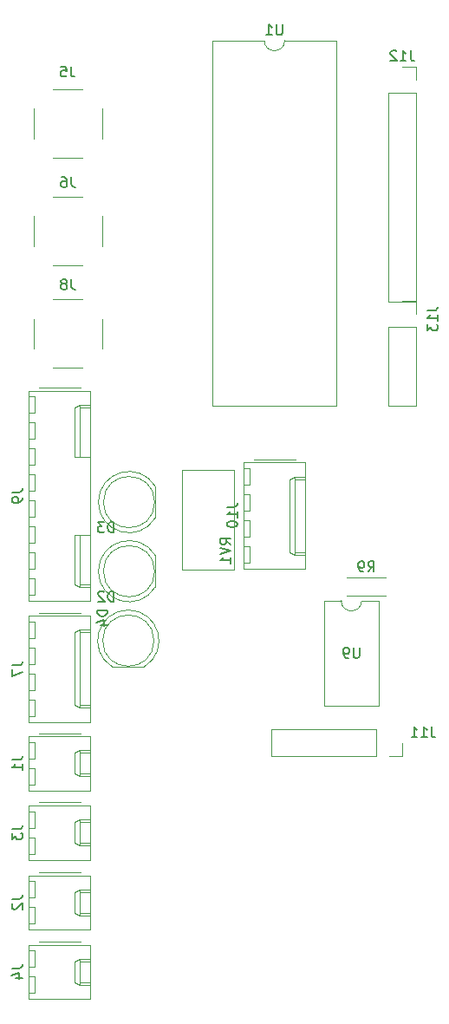
<source format=gbr>
%TF.GenerationSoftware,KiCad,Pcbnew,7.0.6-0*%
%TF.CreationDate,2023-12-30T17:34:11-06:00*%
%TF.ProjectId,fpga_adaptor,66706761-5f61-4646-9170-746f722e6b69,rev?*%
%TF.SameCoordinates,Original*%
%TF.FileFunction,Legend,Bot*%
%TF.FilePolarity,Positive*%
%FSLAX46Y46*%
G04 Gerber Fmt 4.6, Leading zero omitted, Abs format (unit mm)*
G04 Created by KiCad (PCBNEW 7.0.6-0) date 2023-12-30 17:34:11*
%MOMM*%
%LPD*%
G01*
G04 APERTURE LIST*
%ADD10C,0.150000*%
%ADD11C,0.120000*%
G04 APERTURE END LIST*
D10*
X45503094Y-94954819D02*
X45503094Y-93954819D01*
X45503094Y-93954819D02*
X45264999Y-93954819D01*
X45264999Y-93954819D02*
X45122142Y-94002438D01*
X45122142Y-94002438D02*
X45026904Y-94097676D01*
X45026904Y-94097676D02*
X44979285Y-94192914D01*
X44979285Y-94192914D02*
X44931666Y-94383390D01*
X44931666Y-94383390D02*
X44931666Y-94526247D01*
X44931666Y-94526247D02*
X44979285Y-94716723D01*
X44979285Y-94716723D02*
X45026904Y-94811961D01*
X45026904Y-94811961D02*
X45122142Y-94907200D01*
X45122142Y-94907200D02*
X45264999Y-94954819D01*
X45264999Y-94954819D02*
X45503094Y-94954819D01*
X44598332Y-93954819D02*
X43979285Y-93954819D01*
X43979285Y-93954819D02*
X44312618Y-94335771D01*
X44312618Y-94335771D02*
X44169761Y-94335771D01*
X44169761Y-94335771D02*
X44074523Y-94383390D01*
X44074523Y-94383390D02*
X44026904Y-94431009D01*
X44026904Y-94431009D02*
X43979285Y-94526247D01*
X43979285Y-94526247D02*
X43979285Y-94764342D01*
X43979285Y-94764342D02*
X44026904Y-94859580D01*
X44026904Y-94859580D02*
X44074523Y-94907200D01*
X44074523Y-94907200D02*
X44169761Y-94954819D01*
X44169761Y-94954819D02*
X44455475Y-94954819D01*
X44455475Y-94954819D02*
X44550713Y-94907200D01*
X44550713Y-94907200D02*
X44598332Y-94859580D01*
X41373333Y-70244819D02*
X41373333Y-70959104D01*
X41373333Y-70959104D02*
X41420952Y-71101961D01*
X41420952Y-71101961D02*
X41516190Y-71197200D01*
X41516190Y-71197200D02*
X41659047Y-71244819D01*
X41659047Y-71244819D02*
X41754285Y-71244819D01*
X40754285Y-70673390D02*
X40849523Y-70625771D01*
X40849523Y-70625771D02*
X40897142Y-70578152D01*
X40897142Y-70578152D02*
X40944761Y-70482914D01*
X40944761Y-70482914D02*
X40944761Y-70435295D01*
X40944761Y-70435295D02*
X40897142Y-70340057D01*
X40897142Y-70340057D02*
X40849523Y-70292438D01*
X40849523Y-70292438D02*
X40754285Y-70244819D01*
X40754285Y-70244819D02*
X40563809Y-70244819D01*
X40563809Y-70244819D02*
X40468571Y-70292438D01*
X40468571Y-70292438D02*
X40420952Y-70340057D01*
X40420952Y-70340057D02*
X40373333Y-70435295D01*
X40373333Y-70435295D02*
X40373333Y-70482914D01*
X40373333Y-70482914D02*
X40420952Y-70578152D01*
X40420952Y-70578152D02*
X40468571Y-70625771D01*
X40468571Y-70625771D02*
X40563809Y-70673390D01*
X40563809Y-70673390D02*
X40754285Y-70673390D01*
X40754285Y-70673390D02*
X40849523Y-70721009D01*
X40849523Y-70721009D02*
X40897142Y-70768628D01*
X40897142Y-70768628D02*
X40944761Y-70863866D01*
X40944761Y-70863866D02*
X40944761Y-71054342D01*
X40944761Y-71054342D02*
X40897142Y-71149580D01*
X40897142Y-71149580D02*
X40849523Y-71197200D01*
X40849523Y-71197200D02*
X40754285Y-71244819D01*
X40754285Y-71244819D02*
X40563809Y-71244819D01*
X40563809Y-71244819D02*
X40468571Y-71197200D01*
X40468571Y-71197200D02*
X40420952Y-71149580D01*
X40420952Y-71149580D02*
X40373333Y-71054342D01*
X40373333Y-71054342D02*
X40373333Y-70863866D01*
X40373333Y-70863866D02*
X40420952Y-70768628D01*
X40420952Y-70768628D02*
X40468571Y-70721009D01*
X40468571Y-70721009D02*
X40563809Y-70673390D01*
X35584819Y-137536666D02*
X36299104Y-137536666D01*
X36299104Y-137536666D02*
X36441961Y-137489047D01*
X36441961Y-137489047D02*
X36537200Y-137393809D01*
X36537200Y-137393809D02*
X36584819Y-137250952D01*
X36584819Y-137250952D02*
X36584819Y-137155714D01*
X35918152Y-138441428D02*
X36584819Y-138441428D01*
X35537200Y-138203333D02*
X36251485Y-137965238D01*
X36251485Y-137965238D02*
X36251485Y-138584285D01*
X76559523Y-113954819D02*
X76559523Y-114669104D01*
X76559523Y-114669104D02*
X76607142Y-114811961D01*
X76607142Y-114811961D02*
X76702380Y-114907200D01*
X76702380Y-114907200D02*
X76845237Y-114954819D01*
X76845237Y-114954819D02*
X76940475Y-114954819D01*
X75559523Y-114954819D02*
X76130951Y-114954819D01*
X75845237Y-114954819D02*
X75845237Y-113954819D01*
X75845237Y-113954819D02*
X75940475Y-114097676D01*
X75940475Y-114097676D02*
X76035713Y-114192914D01*
X76035713Y-114192914D02*
X76130951Y-114240533D01*
X74607142Y-114954819D02*
X75178570Y-114954819D01*
X74892856Y-114954819D02*
X74892856Y-113954819D01*
X74892856Y-113954819D02*
X74988094Y-114097676D01*
X74988094Y-114097676D02*
X75083332Y-114192914D01*
X75083332Y-114192914D02*
X75178570Y-114240533D01*
X56584819Y-92500476D02*
X57299104Y-92500476D01*
X57299104Y-92500476D02*
X57441961Y-92452857D01*
X57441961Y-92452857D02*
X57537200Y-92357619D01*
X57537200Y-92357619D02*
X57584819Y-92214762D01*
X57584819Y-92214762D02*
X57584819Y-92119524D01*
X57584819Y-93500476D02*
X57584819Y-92929048D01*
X57584819Y-93214762D02*
X56584819Y-93214762D01*
X56584819Y-93214762D02*
X56727676Y-93119524D01*
X56727676Y-93119524D02*
X56822914Y-93024286D01*
X56822914Y-93024286D02*
X56870533Y-92929048D01*
X56584819Y-94119524D02*
X56584819Y-94214762D01*
X56584819Y-94214762D02*
X56632438Y-94310000D01*
X56632438Y-94310000D02*
X56680057Y-94357619D01*
X56680057Y-94357619D02*
X56775295Y-94405238D01*
X56775295Y-94405238D02*
X56965771Y-94452857D01*
X56965771Y-94452857D02*
X57203866Y-94452857D01*
X57203866Y-94452857D02*
X57394342Y-94405238D01*
X57394342Y-94405238D02*
X57489580Y-94357619D01*
X57489580Y-94357619D02*
X57537200Y-94310000D01*
X57537200Y-94310000D02*
X57584819Y-94214762D01*
X57584819Y-94214762D02*
X57584819Y-94119524D01*
X57584819Y-94119524D02*
X57537200Y-94024286D01*
X57537200Y-94024286D02*
X57489580Y-93976667D01*
X57489580Y-93976667D02*
X57394342Y-93929048D01*
X57394342Y-93929048D02*
X57203866Y-93881429D01*
X57203866Y-93881429D02*
X56965771Y-93881429D01*
X56965771Y-93881429D02*
X56775295Y-93929048D01*
X56775295Y-93929048D02*
X56680057Y-93976667D01*
X56680057Y-93976667D02*
X56632438Y-94024286D01*
X56632438Y-94024286D02*
X56584819Y-94119524D01*
X35584819Y-117166666D02*
X36299104Y-117166666D01*
X36299104Y-117166666D02*
X36441961Y-117119047D01*
X36441961Y-117119047D02*
X36537200Y-117023809D01*
X36537200Y-117023809D02*
X36584819Y-116880952D01*
X36584819Y-116880952D02*
X36584819Y-116785714D01*
X36584819Y-118166666D02*
X36584819Y-117595238D01*
X36584819Y-117880952D02*
X35584819Y-117880952D01*
X35584819Y-117880952D02*
X35727676Y-117785714D01*
X35727676Y-117785714D02*
X35822914Y-117690476D01*
X35822914Y-117690476D02*
X35870533Y-117595238D01*
X69511904Y-106204819D02*
X69511904Y-107014342D01*
X69511904Y-107014342D02*
X69464285Y-107109580D01*
X69464285Y-107109580D02*
X69416666Y-107157200D01*
X69416666Y-107157200D02*
X69321428Y-107204819D01*
X69321428Y-107204819D02*
X69130952Y-107204819D01*
X69130952Y-107204819D02*
X69035714Y-107157200D01*
X69035714Y-107157200D02*
X68988095Y-107109580D01*
X68988095Y-107109580D02*
X68940476Y-107014342D01*
X68940476Y-107014342D02*
X68940476Y-106204819D01*
X68416666Y-107204819D02*
X68226190Y-107204819D01*
X68226190Y-107204819D02*
X68130952Y-107157200D01*
X68130952Y-107157200D02*
X68083333Y-107109580D01*
X68083333Y-107109580D02*
X67988095Y-106966723D01*
X67988095Y-106966723D02*
X67940476Y-106776247D01*
X67940476Y-106776247D02*
X67940476Y-106395295D01*
X67940476Y-106395295D02*
X67988095Y-106300057D01*
X67988095Y-106300057D02*
X68035714Y-106252438D01*
X68035714Y-106252438D02*
X68130952Y-106204819D01*
X68130952Y-106204819D02*
X68321428Y-106204819D01*
X68321428Y-106204819D02*
X68416666Y-106252438D01*
X68416666Y-106252438D02*
X68464285Y-106300057D01*
X68464285Y-106300057D02*
X68511904Y-106395295D01*
X68511904Y-106395295D02*
X68511904Y-106633390D01*
X68511904Y-106633390D02*
X68464285Y-106728628D01*
X68464285Y-106728628D02*
X68416666Y-106776247D01*
X68416666Y-106776247D02*
X68321428Y-106823866D01*
X68321428Y-106823866D02*
X68130952Y-106823866D01*
X68130952Y-106823866D02*
X68035714Y-106776247D01*
X68035714Y-106776247D02*
X67988095Y-106728628D01*
X67988095Y-106728628D02*
X67940476Y-106633390D01*
X35584819Y-91056666D02*
X36299104Y-91056666D01*
X36299104Y-91056666D02*
X36441961Y-91009047D01*
X36441961Y-91009047D02*
X36537200Y-90913809D01*
X36537200Y-90913809D02*
X36584819Y-90770952D01*
X36584819Y-90770952D02*
X36584819Y-90675714D01*
X36584819Y-91580476D02*
X36584819Y-91770952D01*
X36584819Y-91770952D02*
X36537200Y-91866190D01*
X36537200Y-91866190D02*
X36489580Y-91913809D01*
X36489580Y-91913809D02*
X36346723Y-92009047D01*
X36346723Y-92009047D02*
X36156247Y-92056666D01*
X36156247Y-92056666D02*
X35775295Y-92056666D01*
X35775295Y-92056666D02*
X35680057Y-92009047D01*
X35680057Y-92009047D02*
X35632438Y-91961428D01*
X35632438Y-91961428D02*
X35584819Y-91866190D01*
X35584819Y-91866190D02*
X35584819Y-91675714D01*
X35584819Y-91675714D02*
X35632438Y-91580476D01*
X35632438Y-91580476D02*
X35680057Y-91532857D01*
X35680057Y-91532857D02*
X35775295Y-91485238D01*
X35775295Y-91485238D02*
X36013390Y-91485238D01*
X36013390Y-91485238D02*
X36108628Y-91532857D01*
X36108628Y-91532857D02*
X36156247Y-91580476D01*
X36156247Y-91580476D02*
X36203866Y-91675714D01*
X36203866Y-91675714D02*
X36203866Y-91866190D01*
X36203866Y-91866190D02*
X36156247Y-91961428D01*
X36156247Y-91961428D02*
X36108628Y-92009047D01*
X36108628Y-92009047D02*
X36013390Y-92056666D01*
X76154819Y-73290476D02*
X76869104Y-73290476D01*
X76869104Y-73290476D02*
X77011961Y-73242857D01*
X77011961Y-73242857D02*
X77107200Y-73147619D01*
X77107200Y-73147619D02*
X77154819Y-73004762D01*
X77154819Y-73004762D02*
X77154819Y-72909524D01*
X77154819Y-74290476D02*
X77154819Y-73719048D01*
X77154819Y-74004762D02*
X76154819Y-74004762D01*
X76154819Y-74004762D02*
X76297676Y-73909524D01*
X76297676Y-73909524D02*
X76392914Y-73814286D01*
X76392914Y-73814286D02*
X76440533Y-73719048D01*
X76154819Y-74623810D02*
X76154819Y-75242857D01*
X76154819Y-75242857D02*
X76535771Y-74909524D01*
X76535771Y-74909524D02*
X76535771Y-75052381D01*
X76535771Y-75052381D02*
X76583390Y-75147619D01*
X76583390Y-75147619D02*
X76631009Y-75195238D01*
X76631009Y-75195238D02*
X76726247Y-75242857D01*
X76726247Y-75242857D02*
X76964342Y-75242857D01*
X76964342Y-75242857D02*
X77059580Y-75195238D01*
X77059580Y-75195238D02*
X77107200Y-75147619D01*
X77107200Y-75147619D02*
X77154819Y-75052381D01*
X77154819Y-75052381D02*
X77154819Y-74766667D01*
X77154819Y-74766667D02*
X77107200Y-74671429D01*
X77107200Y-74671429D02*
X77059580Y-74623810D01*
X41333333Y-49454819D02*
X41333333Y-50169104D01*
X41333333Y-50169104D02*
X41380952Y-50311961D01*
X41380952Y-50311961D02*
X41476190Y-50407200D01*
X41476190Y-50407200D02*
X41619047Y-50454819D01*
X41619047Y-50454819D02*
X41714285Y-50454819D01*
X40380952Y-49454819D02*
X40857142Y-49454819D01*
X40857142Y-49454819D02*
X40904761Y-49931009D01*
X40904761Y-49931009D02*
X40857142Y-49883390D01*
X40857142Y-49883390D02*
X40761904Y-49835771D01*
X40761904Y-49835771D02*
X40523809Y-49835771D01*
X40523809Y-49835771D02*
X40428571Y-49883390D01*
X40428571Y-49883390D02*
X40380952Y-49931009D01*
X40380952Y-49931009D02*
X40333333Y-50026247D01*
X40333333Y-50026247D02*
X40333333Y-50264342D01*
X40333333Y-50264342D02*
X40380952Y-50359580D01*
X40380952Y-50359580D02*
X40428571Y-50407200D01*
X40428571Y-50407200D02*
X40523809Y-50454819D01*
X40523809Y-50454819D02*
X40761904Y-50454819D01*
X40761904Y-50454819D02*
X40857142Y-50407200D01*
X40857142Y-50407200D02*
X40904761Y-50359580D01*
X45528094Y-101704819D02*
X45528094Y-100704819D01*
X45528094Y-100704819D02*
X45289999Y-100704819D01*
X45289999Y-100704819D02*
X45147142Y-100752438D01*
X45147142Y-100752438D02*
X45051904Y-100847676D01*
X45051904Y-100847676D02*
X45004285Y-100942914D01*
X45004285Y-100942914D02*
X44956666Y-101133390D01*
X44956666Y-101133390D02*
X44956666Y-101276247D01*
X44956666Y-101276247D02*
X45004285Y-101466723D01*
X45004285Y-101466723D02*
X45051904Y-101561961D01*
X45051904Y-101561961D02*
X45147142Y-101657200D01*
X45147142Y-101657200D02*
X45289999Y-101704819D01*
X45289999Y-101704819D02*
X45528094Y-101704819D01*
X44575713Y-100800057D02*
X44528094Y-100752438D01*
X44528094Y-100752438D02*
X44432856Y-100704819D01*
X44432856Y-100704819D02*
X44194761Y-100704819D01*
X44194761Y-100704819D02*
X44099523Y-100752438D01*
X44099523Y-100752438D02*
X44051904Y-100800057D01*
X44051904Y-100800057D02*
X44004285Y-100895295D01*
X44004285Y-100895295D02*
X44004285Y-100990533D01*
X44004285Y-100990533D02*
X44051904Y-101133390D01*
X44051904Y-101133390D02*
X44623332Y-101704819D01*
X44623332Y-101704819D02*
X44004285Y-101704819D01*
X61991904Y-45374819D02*
X61991904Y-46184342D01*
X61991904Y-46184342D02*
X61944285Y-46279580D01*
X61944285Y-46279580D02*
X61896666Y-46327200D01*
X61896666Y-46327200D02*
X61801428Y-46374819D01*
X61801428Y-46374819D02*
X61610952Y-46374819D01*
X61610952Y-46374819D02*
X61515714Y-46327200D01*
X61515714Y-46327200D02*
X61468095Y-46279580D01*
X61468095Y-46279580D02*
X61420476Y-46184342D01*
X61420476Y-46184342D02*
X61420476Y-45374819D01*
X60420476Y-46374819D02*
X60991904Y-46374819D01*
X60706190Y-46374819D02*
X60706190Y-45374819D01*
X60706190Y-45374819D02*
X60801428Y-45517676D01*
X60801428Y-45517676D02*
X60896666Y-45612914D01*
X60896666Y-45612914D02*
X60991904Y-45660533D01*
X35584819Y-123936666D02*
X36299104Y-123936666D01*
X36299104Y-123936666D02*
X36441961Y-123889047D01*
X36441961Y-123889047D02*
X36537200Y-123793809D01*
X36537200Y-123793809D02*
X36584819Y-123650952D01*
X36584819Y-123650952D02*
X36584819Y-123555714D01*
X35584819Y-124317619D02*
X35584819Y-124936666D01*
X35584819Y-124936666D02*
X35965771Y-124603333D01*
X35965771Y-124603333D02*
X35965771Y-124746190D01*
X35965771Y-124746190D02*
X36013390Y-124841428D01*
X36013390Y-124841428D02*
X36061009Y-124889047D01*
X36061009Y-124889047D02*
X36156247Y-124936666D01*
X36156247Y-124936666D02*
X36394342Y-124936666D01*
X36394342Y-124936666D02*
X36489580Y-124889047D01*
X36489580Y-124889047D02*
X36537200Y-124841428D01*
X36537200Y-124841428D02*
X36584819Y-124746190D01*
X36584819Y-124746190D02*
X36584819Y-124460476D01*
X36584819Y-124460476D02*
X36537200Y-124365238D01*
X36537200Y-124365238D02*
X36489580Y-124317619D01*
X35584819Y-130766666D02*
X36299104Y-130766666D01*
X36299104Y-130766666D02*
X36441961Y-130719047D01*
X36441961Y-130719047D02*
X36537200Y-130623809D01*
X36537200Y-130623809D02*
X36584819Y-130480952D01*
X36584819Y-130480952D02*
X36584819Y-130385714D01*
X35680057Y-131195238D02*
X35632438Y-131242857D01*
X35632438Y-131242857D02*
X35584819Y-131338095D01*
X35584819Y-131338095D02*
X35584819Y-131576190D01*
X35584819Y-131576190D02*
X35632438Y-131671428D01*
X35632438Y-131671428D02*
X35680057Y-131719047D01*
X35680057Y-131719047D02*
X35775295Y-131766666D01*
X35775295Y-131766666D02*
X35870533Y-131766666D01*
X35870533Y-131766666D02*
X36013390Y-131719047D01*
X36013390Y-131719047D02*
X36584819Y-131147619D01*
X36584819Y-131147619D02*
X36584819Y-131766666D01*
X44904819Y-102561905D02*
X43904819Y-102561905D01*
X43904819Y-102561905D02*
X43904819Y-102800000D01*
X43904819Y-102800000D02*
X43952438Y-102942857D01*
X43952438Y-102942857D02*
X44047676Y-103038095D01*
X44047676Y-103038095D02*
X44142914Y-103085714D01*
X44142914Y-103085714D02*
X44333390Y-103133333D01*
X44333390Y-103133333D02*
X44476247Y-103133333D01*
X44476247Y-103133333D02*
X44666723Y-103085714D01*
X44666723Y-103085714D02*
X44761961Y-103038095D01*
X44761961Y-103038095D02*
X44857200Y-102942857D01*
X44857200Y-102942857D02*
X44904819Y-102800000D01*
X44904819Y-102800000D02*
X44904819Y-102561905D01*
X44238152Y-103990476D02*
X44904819Y-103990476D01*
X43857200Y-103752381D02*
X44571485Y-103514286D01*
X44571485Y-103514286D02*
X44571485Y-104133333D01*
X70376666Y-98784819D02*
X70709999Y-98308628D01*
X70948094Y-98784819D02*
X70948094Y-97784819D01*
X70948094Y-97784819D02*
X70567142Y-97784819D01*
X70567142Y-97784819D02*
X70471904Y-97832438D01*
X70471904Y-97832438D02*
X70424285Y-97880057D01*
X70424285Y-97880057D02*
X70376666Y-97975295D01*
X70376666Y-97975295D02*
X70376666Y-98118152D01*
X70376666Y-98118152D02*
X70424285Y-98213390D01*
X70424285Y-98213390D02*
X70471904Y-98261009D01*
X70471904Y-98261009D02*
X70567142Y-98308628D01*
X70567142Y-98308628D02*
X70948094Y-98308628D01*
X69900475Y-98784819D02*
X69709999Y-98784819D01*
X69709999Y-98784819D02*
X69614761Y-98737200D01*
X69614761Y-98737200D02*
X69567142Y-98689580D01*
X69567142Y-98689580D02*
X69471904Y-98546723D01*
X69471904Y-98546723D02*
X69424285Y-98356247D01*
X69424285Y-98356247D02*
X69424285Y-97975295D01*
X69424285Y-97975295D02*
X69471904Y-97880057D01*
X69471904Y-97880057D02*
X69519523Y-97832438D01*
X69519523Y-97832438D02*
X69614761Y-97784819D01*
X69614761Y-97784819D02*
X69805237Y-97784819D01*
X69805237Y-97784819D02*
X69900475Y-97832438D01*
X69900475Y-97832438D02*
X69948094Y-97880057D01*
X69948094Y-97880057D02*
X69995713Y-97975295D01*
X69995713Y-97975295D02*
X69995713Y-98213390D01*
X69995713Y-98213390D02*
X69948094Y-98308628D01*
X69948094Y-98308628D02*
X69900475Y-98356247D01*
X69900475Y-98356247D02*
X69805237Y-98403866D01*
X69805237Y-98403866D02*
X69614761Y-98403866D01*
X69614761Y-98403866D02*
X69519523Y-98356247D01*
X69519523Y-98356247D02*
X69471904Y-98308628D01*
X69471904Y-98308628D02*
X69424285Y-98213390D01*
X41373333Y-60244819D02*
X41373333Y-60959104D01*
X41373333Y-60959104D02*
X41420952Y-61101961D01*
X41420952Y-61101961D02*
X41516190Y-61197200D01*
X41516190Y-61197200D02*
X41659047Y-61244819D01*
X41659047Y-61244819D02*
X41754285Y-61244819D01*
X40468571Y-60244819D02*
X40659047Y-60244819D01*
X40659047Y-60244819D02*
X40754285Y-60292438D01*
X40754285Y-60292438D02*
X40801904Y-60340057D01*
X40801904Y-60340057D02*
X40897142Y-60482914D01*
X40897142Y-60482914D02*
X40944761Y-60673390D01*
X40944761Y-60673390D02*
X40944761Y-61054342D01*
X40944761Y-61054342D02*
X40897142Y-61149580D01*
X40897142Y-61149580D02*
X40849523Y-61197200D01*
X40849523Y-61197200D02*
X40754285Y-61244819D01*
X40754285Y-61244819D02*
X40563809Y-61244819D01*
X40563809Y-61244819D02*
X40468571Y-61197200D01*
X40468571Y-61197200D02*
X40420952Y-61149580D01*
X40420952Y-61149580D02*
X40373333Y-61054342D01*
X40373333Y-61054342D02*
X40373333Y-60816247D01*
X40373333Y-60816247D02*
X40420952Y-60721009D01*
X40420952Y-60721009D02*
X40468571Y-60673390D01*
X40468571Y-60673390D02*
X40563809Y-60625771D01*
X40563809Y-60625771D02*
X40754285Y-60625771D01*
X40754285Y-60625771D02*
X40849523Y-60673390D01*
X40849523Y-60673390D02*
X40897142Y-60721009D01*
X40897142Y-60721009D02*
X40944761Y-60816247D01*
X74509523Y-47904819D02*
X74509523Y-48619104D01*
X74509523Y-48619104D02*
X74557142Y-48761961D01*
X74557142Y-48761961D02*
X74652380Y-48857200D01*
X74652380Y-48857200D02*
X74795237Y-48904819D01*
X74795237Y-48904819D02*
X74890475Y-48904819D01*
X73509523Y-48904819D02*
X74080951Y-48904819D01*
X73795237Y-48904819D02*
X73795237Y-47904819D01*
X73795237Y-47904819D02*
X73890475Y-48047676D01*
X73890475Y-48047676D02*
X73985713Y-48142914D01*
X73985713Y-48142914D02*
X74080951Y-48190533D01*
X73128570Y-48000057D02*
X73080951Y-47952438D01*
X73080951Y-47952438D02*
X72985713Y-47904819D01*
X72985713Y-47904819D02*
X72747618Y-47904819D01*
X72747618Y-47904819D02*
X72652380Y-47952438D01*
X72652380Y-47952438D02*
X72604761Y-48000057D01*
X72604761Y-48000057D02*
X72557142Y-48095295D01*
X72557142Y-48095295D02*
X72557142Y-48190533D01*
X72557142Y-48190533D02*
X72604761Y-48333390D01*
X72604761Y-48333390D02*
X73176189Y-48904819D01*
X73176189Y-48904819D02*
X72557142Y-48904819D01*
X56954819Y-96154761D02*
X56478628Y-95821428D01*
X56954819Y-95583333D02*
X55954819Y-95583333D01*
X55954819Y-95583333D02*
X55954819Y-95964285D01*
X55954819Y-95964285D02*
X56002438Y-96059523D01*
X56002438Y-96059523D02*
X56050057Y-96107142D01*
X56050057Y-96107142D02*
X56145295Y-96154761D01*
X56145295Y-96154761D02*
X56288152Y-96154761D01*
X56288152Y-96154761D02*
X56383390Y-96107142D01*
X56383390Y-96107142D02*
X56431009Y-96059523D01*
X56431009Y-96059523D02*
X56478628Y-95964285D01*
X56478628Y-95964285D02*
X56478628Y-95583333D01*
X55954819Y-96440476D02*
X56954819Y-96773809D01*
X56954819Y-96773809D02*
X55954819Y-97107142D01*
X56954819Y-97964285D02*
X56954819Y-97392857D01*
X56954819Y-97678571D02*
X55954819Y-97678571D01*
X55954819Y-97678571D02*
X56097676Y-97583333D01*
X56097676Y-97583333D02*
X56192914Y-97488095D01*
X56192914Y-97488095D02*
X56240533Y-97392857D01*
X35584819Y-107936666D02*
X36299104Y-107936666D01*
X36299104Y-107936666D02*
X36441961Y-107889047D01*
X36441961Y-107889047D02*
X36537200Y-107793809D01*
X36537200Y-107793809D02*
X36584819Y-107650952D01*
X36584819Y-107650952D02*
X36584819Y-107555714D01*
X35584819Y-108317619D02*
X35584819Y-108984285D01*
X35584819Y-108984285D02*
X36584819Y-108555714D01*
D11*
%TO.C,D3*%
X49580000Y-90455000D02*
X49580000Y-93545000D01*
X44030001Y-91999538D02*
G75*
G03*
X49579999Y-93544830I2989999J-462D01*
G01*
X49580000Y-90455170D02*
G75*
G03*
X44030000Y-92000462I-2560000J-1544830D01*
G01*
X49520000Y-92000000D02*
G75*
G03*
X49520000Y-92000000I-2500000J0D01*
G01*
%TO.C,J8*%
X44395000Y-74090000D02*
X44395000Y-76990000D01*
X42490000Y-78895000D02*
X39590000Y-78895000D01*
X42490000Y-72185000D02*
X39590000Y-72185000D01*
X37685000Y-74090000D02*
X37685000Y-76990000D01*
%TO.C,J4*%
X38250000Y-134930000D02*
X42250000Y-134930000D01*
X43240000Y-135220000D02*
X43240000Y-140520000D01*
X37220000Y-135220000D02*
X43240000Y-135220000D01*
X37820000Y-135800000D02*
X37820000Y-137400000D01*
X37220000Y-135800000D02*
X37820000Y-135800000D01*
X43240000Y-136600000D02*
X42240000Y-136600000D01*
X42240000Y-136600000D02*
X41710000Y-136850000D01*
X42240000Y-136600000D02*
X42240000Y-139140000D01*
X43240000Y-136850000D02*
X42240000Y-136850000D01*
X41710000Y-136850000D02*
X41710000Y-138890000D01*
X37820000Y-137400000D02*
X37220000Y-137400000D01*
X37820000Y-138340000D02*
X37820000Y-139940000D01*
X37220000Y-138340000D02*
X37820000Y-138340000D01*
X43240000Y-138890000D02*
X42240000Y-138890000D01*
X41710000Y-138890000D02*
X42240000Y-139140000D01*
X42240000Y-139140000D02*
X43240000Y-139140000D01*
X37820000Y-139940000D02*
X37220000Y-139940000D01*
X43240000Y-140520000D02*
X37220000Y-140520000D01*
X37220000Y-140520000D02*
X37220000Y-135220000D01*
%TO.C,J11*%
X60920000Y-116830000D02*
X60920000Y-114170000D01*
X71140000Y-116830000D02*
X60920000Y-116830000D01*
X71140000Y-116830000D02*
X71140000Y-114170000D01*
X72410000Y-116830000D02*
X73740000Y-116830000D01*
X73740000Y-116830000D02*
X73740000Y-115500000D01*
X71140000Y-114170000D02*
X60920000Y-114170000D01*
%TO.C,J10*%
X59250000Y-87830000D02*
X63250000Y-87830000D01*
X64240000Y-88120000D02*
X64240000Y-98500000D01*
X58220000Y-88120000D02*
X64240000Y-88120000D01*
X58820000Y-88700000D02*
X58820000Y-90300000D01*
X58220000Y-88700000D02*
X58820000Y-88700000D01*
X64240000Y-89500000D02*
X63240000Y-89500000D01*
X63240000Y-89500000D02*
X62710000Y-89750000D01*
X63240000Y-89500000D02*
X63240000Y-97120000D01*
X64240000Y-89750000D02*
X63240000Y-89750000D01*
X62710000Y-89750000D02*
X62710000Y-96870000D01*
X58820000Y-90300000D02*
X58220000Y-90300000D01*
X58820000Y-91240000D02*
X58820000Y-92840000D01*
X58220000Y-91240000D02*
X58820000Y-91240000D01*
X58820000Y-92840000D02*
X58220000Y-92840000D01*
X58820000Y-93780000D02*
X58820000Y-95380000D01*
X58220000Y-93780000D02*
X58820000Y-93780000D01*
X58820000Y-95380000D02*
X58220000Y-95380000D01*
X58820000Y-96320000D02*
X58820000Y-97920000D01*
X58220000Y-96320000D02*
X58820000Y-96320000D01*
X64240000Y-96870000D02*
X63240000Y-96870000D01*
X62710000Y-96870000D02*
X63240000Y-97120000D01*
X63240000Y-97120000D02*
X64240000Y-97120000D01*
X58820000Y-97920000D02*
X58220000Y-97920000D01*
X64240000Y-98500000D02*
X58220000Y-98500000D01*
X58220000Y-98500000D02*
X58220000Y-88120000D01*
%TO.C,J1*%
X38250000Y-114560000D02*
X42250000Y-114560000D01*
X43240000Y-114850000D02*
X43240000Y-120150000D01*
X37220000Y-114850000D02*
X43240000Y-114850000D01*
X37820000Y-115430000D02*
X37820000Y-117030000D01*
X37220000Y-115430000D02*
X37820000Y-115430000D01*
X43240000Y-116230000D02*
X42240000Y-116230000D01*
X42240000Y-116230000D02*
X41710000Y-116480000D01*
X42240000Y-116230000D02*
X42240000Y-118770000D01*
X43240000Y-116480000D02*
X42240000Y-116480000D01*
X41710000Y-116480000D02*
X41710000Y-118520000D01*
X37820000Y-117030000D02*
X37220000Y-117030000D01*
X37820000Y-117970000D02*
X37820000Y-119570000D01*
X37220000Y-117970000D02*
X37820000Y-117970000D01*
X43240000Y-118520000D02*
X42240000Y-118520000D01*
X41710000Y-118520000D02*
X42240000Y-118770000D01*
X42240000Y-118770000D02*
X43240000Y-118770000D01*
X37820000Y-119570000D02*
X37220000Y-119570000D01*
X43240000Y-120150000D02*
X37220000Y-120150000D01*
X37220000Y-120150000D02*
X37220000Y-114850000D01*
%TO.C,U9*%
X71390000Y-111900000D02*
X66090000Y-111900000D01*
X71390000Y-101620000D02*
X71390000Y-111900000D01*
X69740000Y-101620000D02*
X71390000Y-101620000D01*
X66090000Y-111900000D02*
X66090000Y-101620000D01*
X66090000Y-101620000D02*
X67740000Y-101620000D01*
X67740000Y-101620000D02*
G75*
G03*
X69740000Y-101620000I1000000J0D01*
G01*
%TO.C,J9*%
X38250000Y-80830000D02*
X42250000Y-80830000D01*
X43240000Y-81120000D02*
X43240000Y-101660000D01*
X37220000Y-81120000D02*
X43240000Y-81120000D01*
X37820000Y-81700000D02*
X37820000Y-83300000D01*
X37220000Y-81700000D02*
X37820000Y-81700000D01*
X43240000Y-82500000D02*
X42240000Y-82500000D01*
X42240000Y-82500000D02*
X41710000Y-82750000D01*
X42240000Y-82500000D02*
X42240000Y-87580000D01*
X43240000Y-82750000D02*
X42240000Y-82750000D01*
X41710000Y-82750000D02*
X41710000Y-87580000D01*
X37820000Y-83300000D02*
X37220000Y-83300000D01*
X37820000Y-84240000D02*
X37820000Y-85840000D01*
X37220000Y-84240000D02*
X37820000Y-84240000D01*
X37820000Y-85840000D02*
X37220000Y-85840000D01*
X37820000Y-86780000D02*
X37820000Y-88380000D01*
X37220000Y-86780000D02*
X37820000Y-86780000D01*
X42240000Y-87580000D02*
X43240000Y-87580000D01*
X41710000Y-87580000D02*
X42240000Y-87580000D01*
X37820000Y-88380000D02*
X37220000Y-88380000D01*
X37820000Y-89320000D02*
X37820000Y-90920000D01*
X37220000Y-89320000D02*
X37820000Y-89320000D01*
X37820000Y-90920000D02*
X37220000Y-90920000D01*
X37820000Y-91860000D02*
X37820000Y-93460000D01*
X37220000Y-91860000D02*
X37820000Y-91860000D01*
X37820000Y-93460000D02*
X37220000Y-93460000D01*
X37820000Y-94400000D02*
X37820000Y-96000000D01*
X37220000Y-94400000D02*
X37820000Y-94400000D01*
X42240000Y-95200000D02*
X43240000Y-95200000D01*
X41710000Y-95200000D02*
X42240000Y-95200000D01*
X37820000Y-96000000D02*
X37220000Y-96000000D01*
X37820000Y-96940000D02*
X37820000Y-98540000D01*
X37220000Y-96940000D02*
X37820000Y-96940000D01*
X37820000Y-98540000D02*
X37220000Y-98540000D01*
X37820000Y-99480000D02*
X37820000Y-101080000D01*
X37220000Y-99480000D02*
X37820000Y-99480000D01*
X43240000Y-100030000D02*
X42240000Y-100030000D01*
X41710000Y-100030000D02*
X41710000Y-95200000D01*
X43240000Y-100280000D02*
X42240000Y-100280000D01*
X42240000Y-100280000D02*
X42240000Y-95200000D01*
X42240000Y-100280000D02*
X41710000Y-100030000D01*
X37820000Y-101080000D02*
X37220000Y-101080000D01*
X43240000Y-101660000D02*
X37220000Y-101660000D01*
X37220000Y-101660000D02*
X37220000Y-81120000D01*
%TO.C,J13*%
X75030000Y-82600000D02*
X72370000Y-82600000D01*
X75030000Y-74920000D02*
X75030000Y-82600000D01*
X75030000Y-74920000D02*
X72370000Y-74920000D01*
X75030000Y-73650000D02*
X75030000Y-72320000D01*
X75030000Y-72320000D02*
X73700000Y-72320000D01*
X72370000Y-74920000D02*
X72370000Y-82600000D01*
%TO.C,J5*%
X37685000Y-56490000D02*
X37685000Y-53590000D01*
X39590000Y-51685000D02*
X42490000Y-51685000D01*
X39590000Y-58395000D02*
X42490000Y-58395000D01*
X44395000Y-56490000D02*
X44395000Y-53590000D01*
%TO.C,D2*%
X49580000Y-97205000D02*
X49580000Y-100295000D01*
X44030001Y-98749538D02*
G75*
G03*
X49579999Y-100294830I2989999J-462D01*
G01*
X49580000Y-97205170D02*
G75*
G03*
X44030000Y-98750462I-2560000J-1544830D01*
G01*
X49520000Y-98750000D02*
G75*
G03*
X49520000Y-98750000I-2500000J0D01*
G01*
%TO.C,U1*%
X67290000Y-82600000D02*
X55170000Y-82600000D01*
X67290000Y-46920000D02*
X67290000Y-82600000D01*
X62230000Y-46920000D02*
X67290000Y-46920000D01*
X55170000Y-82600000D02*
X55170000Y-46920000D01*
X55170000Y-46920000D02*
X60230000Y-46920000D01*
X60230000Y-46920000D02*
G75*
G03*
X62230000Y-46920000I1000000J0D01*
G01*
%TO.C,J3*%
X38250000Y-121330000D02*
X42250000Y-121330000D01*
X43240000Y-121620000D02*
X43240000Y-126920000D01*
X37220000Y-121620000D02*
X43240000Y-121620000D01*
X37820000Y-122200000D02*
X37820000Y-123800000D01*
X37220000Y-122200000D02*
X37820000Y-122200000D01*
X43240000Y-123000000D02*
X42240000Y-123000000D01*
X42240000Y-123000000D02*
X41710000Y-123250000D01*
X42240000Y-123000000D02*
X42240000Y-125540000D01*
X43240000Y-123250000D02*
X42240000Y-123250000D01*
X41710000Y-123250000D02*
X41710000Y-125290000D01*
X37820000Y-123800000D02*
X37220000Y-123800000D01*
X37820000Y-124740000D02*
X37820000Y-126340000D01*
X37220000Y-124740000D02*
X37820000Y-124740000D01*
X43240000Y-125290000D02*
X42240000Y-125290000D01*
X41710000Y-125290000D02*
X42240000Y-125540000D01*
X42240000Y-125540000D02*
X43240000Y-125540000D01*
X37820000Y-126340000D02*
X37220000Y-126340000D01*
X43240000Y-126920000D02*
X37220000Y-126920000D01*
X37220000Y-126920000D02*
X37220000Y-121620000D01*
%TO.C,J2*%
X38250000Y-128160000D02*
X42250000Y-128160000D01*
X43240000Y-128450000D02*
X43240000Y-133750000D01*
X37220000Y-128450000D02*
X43240000Y-128450000D01*
X37820000Y-129030000D02*
X37820000Y-130630000D01*
X37220000Y-129030000D02*
X37820000Y-129030000D01*
X43240000Y-129830000D02*
X42240000Y-129830000D01*
X42240000Y-129830000D02*
X41710000Y-130080000D01*
X42240000Y-129830000D02*
X42240000Y-132370000D01*
X43240000Y-130080000D02*
X42240000Y-130080000D01*
X41710000Y-130080000D02*
X41710000Y-132120000D01*
X37820000Y-130630000D02*
X37220000Y-130630000D01*
X37820000Y-131570000D02*
X37820000Y-133170000D01*
X37220000Y-131570000D02*
X37820000Y-131570000D01*
X43240000Y-132120000D02*
X42240000Y-132120000D01*
X41710000Y-132120000D02*
X42240000Y-132370000D01*
X42240000Y-132370000D02*
X43240000Y-132370000D01*
X37820000Y-133170000D02*
X37220000Y-133170000D01*
X43240000Y-133750000D02*
X37220000Y-133750000D01*
X37220000Y-133750000D02*
X37220000Y-128450000D01*
%TO.C,D4*%
X48495000Y-108090000D02*
X45405000Y-108090000D01*
X46950462Y-102540001D02*
G75*
G03*
X45405170Y-108089999I-462J-2989999D01*
G01*
X48494830Y-108090000D02*
G75*
G03*
X46949538Y-102540000I-1544830J2560000D01*
G01*
X49450000Y-105530000D02*
G75*
G03*
X49450000Y-105530000I-2500000J0D01*
G01*
%TO.C,R9*%
X72130000Y-101170000D02*
X68290000Y-101170000D01*
X72130000Y-99330000D02*
X68290000Y-99330000D01*
%TO.C,J6*%
X44395000Y-64090000D02*
X44395000Y-66990000D01*
X42490000Y-68895000D02*
X39590000Y-68895000D01*
X42490000Y-62185000D02*
X39590000Y-62185000D01*
X37685000Y-64090000D02*
X37685000Y-66990000D01*
%TO.C,J12*%
X75030000Y-72430000D02*
X72370000Y-72430000D01*
X75030000Y-52050000D02*
X75030000Y-72430000D01*
X75030000Y-52050000D02*
X72370000Y-52050000D01*
X75030000Y-50780000D02*
X75030000Y-49450000D01*
X75030000Y-49450000D02*
X73700000Y-49450000D01*
X72370000Y-52050000D02*
X72370000Y-72430000D01*
%TO.C,RV1*%
X52210000Y-98595000D02*
X52210000Y-88825000D01*
X57280000Y-98595000D02*
X52210000Y-98595000D01*
X57280000Y-98595000D02*
X57280000Y-88825000D01*
X57280000Y-88825000D02*
X52210000Y-88825000D01*
%TO.C,J7*%
X38250000Y-102790000D02*
X42250000Y-102790000D01*
X43240000Y-103080000D02*
X43240000Y-113460000D01*
X37220000Y-103080000D02*
X43240000Y-103080000D01*
X37820000Y-103660000D02*
X37820000Y-105260000D01*
X37220000Y-103660000D02*
X37820000Y-103660000D01*
X43240000Y-104460000D02*
X42240000Y-104460000D01*
X42240000Y-104460000D02*
X41710000Y-104710000D01*
X42240000Y-104460000D02*
X42240000Y-112080000D01*
X43240000Y-104710000D02*
X42240000Y-104710000D01*
X41710000Y-104710000D02*
X41710000Y-111830000D01*
X37820000Y-105260000D02*
X37220000Y-105260000D01*
X37820000Y-106200000D02*
X37820000Y-107800000D01*
X37220000Y-106200000D02*
X37820000Y-106200000D01*
X37820000Y-107800000D02*
X37220000Y-107800000D01*
X37820000Y-108740000D02*
X37820000Y-110340000D01*
X37220000Y-108740000D02*
X37820000Y-108740000D01*
X37820000Y-110340000D02*
X37220000Y-110340000D01*
X37820000Y-111280000D02*
X37820000Y-112880000D01*
X37220000Y-111280000D02*
X37820000Y-111280000D01*
X43240000Y-111830000D02*
X42240000Y-111830000D01*
X41710000Y-111830000D02*
X42240000Y-112080000D01*
X42240000Y-112080000D02*
X43240000Y-112080000D01*
X37820000Y-112880000D02*
X37220000Y-112880000D01*
X43240000Y-113460000D02*
X37220000Y-113460000D01*
X37220000Y-113460000D02*
X37220000Y-103080000D01*
%TD*%
M02*

</source>
